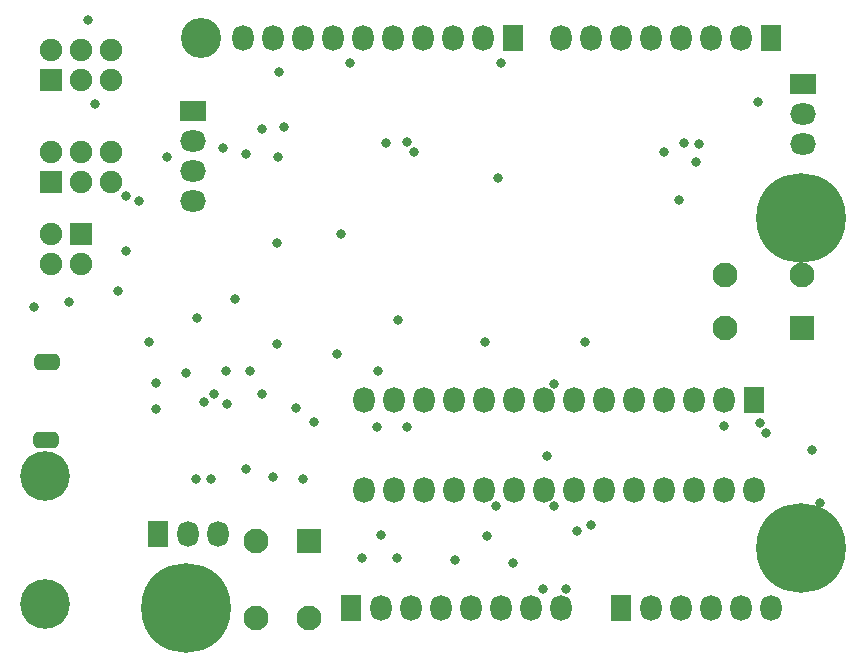
<source format=gbs>
G04*
G04 #@! TF.GenerationSoftware,Altium Limited,Altium Designer,20.1.10 (176)*
G04*
G04 Layer_Color=16711935*
%FSLAX44Y44*%
%MOMM*%
G71*
G04*
G04 #@! TF.SameCoordinates,B75F8173-0FE2-46D9-B41C-7FCB152435E8*
G04*
G04*
G04 #@! TF.FilePolarity,Negative*
G04*
G01*
G75*
%ADD53R,2.1000X2.1000*%
%ADD58C,3.4000*%
%ADD59C,4.2000*%
%ADD60O,1.8000X2.2000*%
%ADD61R,1.8000X2.2000*%
%ADD62C,7.6000*%
%ADD63C,1.9000*%
%ADD64R,1.9000X1.9000*%
%ADD65O,2.2000X1.8000*%
%ADD66R,2.2000X1.8000*%
%ADD67C,2.1000*%
%ADD68R,2.1000X2.1000*%
G04:AMPARAMS|DCode=69|XSize=2.2mm|YSize=1.4mm|CornerRadius=0.46mm|HoleSize=0mm|Usage=FLASHONLY|Rotation=0.000|XOffset=0mm|YOffset=0mm|HoleType=Round|Shape=RoundedRectangle|*
%AMROUNDEDRECTD69*
21,1,2.2000,0.4800,0,0,0.0*
21,1,1.2800,1.4000,0,0,0.0*
1,1,0.9200,0.6400,-0.2400*
1,1,0.9200,-0.6400,-0.2400*
1,1,0.9200,-0.6400,0.2400*
1,1,0.9200,0.6400,0.2400*
%
%ADD69ROUNDEDRECTD69*%
%ADD70C,0.8000*%
D53*
X244500Y82500D02*
D03*
D58*
X152400Y508000D02*
D03*
D59*
X21000Y29000D02*
D03*
Y137000D02*
D03*
D60*
X187960Y508000D02*
D03*
X213360D02*
D03*
X238760D02*
D03*
X264160D02*
D03*
X289560D02*
D03*
X314960D02*
D03*
X340360D02*
D03*
X365760D02*
D03*
X391160D02*
D03*
X304800Y25400D02*
D03*
X330200D02*
D03*
X355600D02*
D03*
X381000D02*
D03*
X406400D02*
D03*
X431800D02*
D03*
X457200D02*
D03*
X609600Y508000D02*
D03*
X584200D02*
D03*
X558800D02*
D03*
X533400D02*
D03*
X508000D02*
D03*
X482600D02*
D03*
X457200D02*
D03*
X533400Y25400D02*
D03*
X558800D02*
D03*
X584200D02*
D03*
X609600D02*
D03*
X635000D02*
D03*
X141600Y88000D02*
D03*
X167000D02*
D03*
X290450Y125730D02*
D03*
X315850D02*
D03*
X341250D02*
D03*
X366650D02*
D03*
X392050D02*
D03*
X417450D02*
D03*
X442850D02*
D03*
X468250D02*
D03*
X493650D02*
D03*
X519050D02*
D03*
X544450D02*
D03*
X569850D02*
D03*
X595250D02*
D03*
X620650D02*
D03*
X290450Y201930D02*
D03*
X315850D02*
D03*
X341250D02*
D03*
X366650D02*
D03*
X392050D02*
D03*
X417450D02*
D03*
X442850D02*
D03*
X468250D02*
D03*
X493650D02*
D03*
X519050D02*
D03*
X544450D02*
D03*
X569850D02*
D03*
X595250D02*
D03*
D61*
X416560Y508000D02*
D03*
X279400Y25400D02*
D03*
X635000Y508000D02*
D03*
X508000Y25400D02*
D03*
X116200Y88000D02*
D03*
X620650Y201930D02*
D03*
D62*
X139700Y25400D02*
D03*
X660400Y76200D02*
D03*
Y355600D02*
D03*
D63*
X76200Y497840D02*
D03*
X50800D02*
D03*
X25400D02*
D03*
X76200Y472440D02*
D03*
X50800D02*
D03*
X76200Y411480D02*
D03*
X50800D02*
D03*
X25400D02*
D03*
X76200Y386080D02*
D03*
X50800D02*
D03*
X25400Y316600D02*
D03*
X50800D02*
D03*
X25400Y342000D02*
D03*
D64*
Y472440D02*
D03*
Y386080D02*
D03*
X50800Y342000D02*
D03*
D65*
X146000Y369800D02*
D03*
Y395200D02*
D03*
Y420600D02*
D03*
X662000Y443600D02*
D03*
Y418200D02*
D03*
D66*
X146000Y446000D02*
D03*
X662000Y469000D02*
D03*
D67*
X661750Y307500D02*
D03*
X596750Y262500D02*
D03*
Y307500D02*
D03*
X199500Y82500D02*
D03*
X244500Y17500D02*
D03*
X199500D02*
D03*
D68*
X661750Y262500D02*
D03*
D69*
X21495Y168000D02*
D03*
X22495Y234000D02*
D03*
D70*
X155000Y200000D02*
D03*
X149750Y271500D02*
D03*
X163750Y206500D02*
D03*
X89000Y328000D02*
D03*
X181500Y287500D02*
D03*
X309500Y419000D02*
D03*
X326750Y419750D02*
D03*
X11250Y280750D02*
D03*
X161000Y134500D02*
D03*
X404000Y390000D02*
D03*
X407000Y487000D02*
D03*
X302250Y226250D02*
D03*
X319250Y269000D02*
D03*
X191000Y143500D02*
D03*
X670000Y159000D02*
D03*
X676750Y114500D02*
D03*
X446000Y154000D02*
D03*
X368000Y66500D02*
D03*
X318250Y68250D02*
D03*
X289000Y67500D02*
D03*
X124000Y407000D02*
D03*
X279000Y486750D02*
D03*
X218750Y479750D02*
D03*
X194000Y226000D02*
D03*
X173750D02*
D03*
X626000Y182250D02*
D03*
X630750Y174000D02*
D03*
X572000Y403000D02*
D03*
X223250Y432500D02*
D03*
X333000Y411750D02*
D03*
X544750Y412000D02*
D03*
X557500Y371000D02*
D03*
X574500Y418250D02*
D03*
X561750Y419500D02*
D03*
X595500Y180000D02*
D03*
X218000Y407250D02*
D03*
X483000Y96000D02*
D03*
X204000Y431000D02*
D03*
X191000Y410000D02*
D03*
X305000Y87000D02*
D03*
X239000Y135000D02*
D03*
X417250Y63750D02*
D03*
X63000Y452000D02*
D03*
X213500Y136500D02*
D03*
X402250Y112250D02*
D03*
X139750Y224500D02*
D03*
X451750Y215000D02*
D03*
X478000Y250750D02*
D03*
X393250Y251000D02*
D03*
X82250Y294000D02*
D03*
X108500Y250500D02*
D03*
X233250Y194750D02*
D03*
X268000Y241000D02*
D03*
X217000Y248750D02*
D03*
Y335000D02*
D03*
X271000Y342250D02*
D03*
X57446Y523195D02*
D03*
X452000Y111500D02*
D03*
X471363Y91095D02*
D03*
X394500Y86500D02*
D03*
X148250Y134750D02*
D03*
X171750Y414750D02*
D03*
X41000Y284750D02*
D03*
X442000Y42000D02*
D03*
X462000D02*
D03*
X89000Y374000D02*
D03*
X100000Y370000D02*
D03*
X248250Y183250D02*
D03*
X204000Y207000D02*
D03*
X175000Y198000D02*
D03*
X115000Y194000D02*
D03*
Y216000D02*
D03*
X624000Y454000D02*
D03*
X327000Y179000D02*
D03*
X302000D02*
D03*
M02*

</source>
